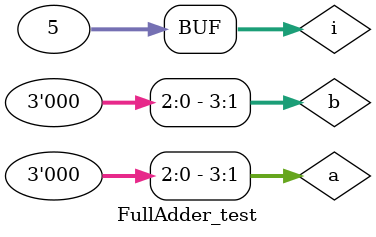
<source format=v>
`timescale 1ns / 1ns
`include "FullAdder.v"

module FullAdder_test;
    reg [3:0] a;
    reg [3:0] b;
    reg c_in;
    wire c_out;
    wire [3:0] sum;
    integer i;

    FullAdder fa0 (.a(a), .b(b), .c_in(c_in), .c_out(c_out), .sum(sum));

    initial begin
        a <= 0;
        b <= 0;
        c_in <= 0;

        $monitor ("a=0x%0h b=0x%0h c_in=0x%0h c_out=0x%0h sum=0x%0h", a, b, c_in, c_out, sum);

        for (i=0; i<5; i=i+1) begin
            #10 a <= $random;
            b <= $random;
            c_in <= $random;
        end
    end

endmodule
</source>
